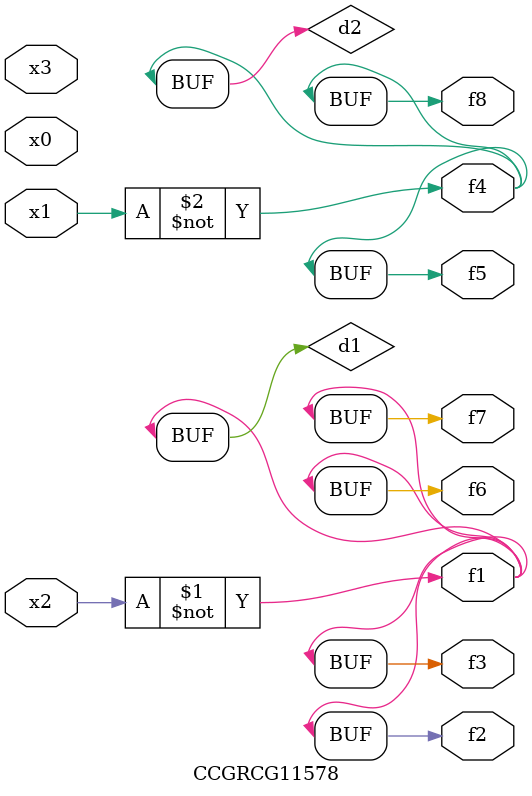
<source format=v>
module CCGRCG11578(
	input x0, x1, x2, x3,
	output f1, f2, f3, f4, f5, f6, f7, f8
);

	wire d1, d2;

	xnor (d1, x2);
	not (d2, x1);
	assign f1 = d1;
	assign f2 = d1;
	assign f3 = d1;
	assign f4 = d2;
	assign f5 = d2;
	assign f6 = d1;
	assign f7 = d1;
	assign f8 = d2;
endmodule

</source>
